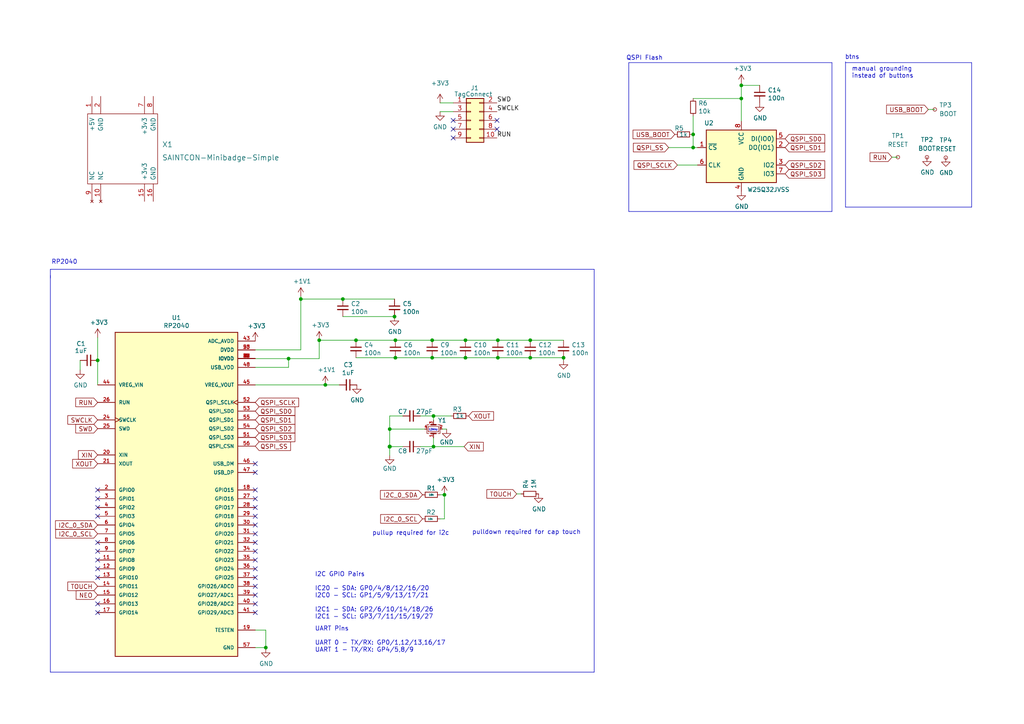
<source format=kicad_sch>
(kicad_sch (version 20230121) (generator eeschema)
  (paper "A4")
  (lib_symbols
    (symbol "+1V1_1" (power) (pin_names (offset 0))
      (property "Value" "+1V1_1" (at 0 3.556 0))
      (symbol "+1V1_1_0_1"
        (polyline (pts (xy -0.762 1.27) (xy 0 2.54)))
        (polyline (pts (xy 0 0) (xy 0 2.54)))
        (polyline (pts (xy 0 2.54) (xy 0.762 1.27)))
      )
      (symbol "+1V1_1_1_1"
        (pin power_in line (at 0 0 90) (length 0) hide (name "+1V1") (number "1"))
      )
    )
    (symbol "+3.3V_2" (power) (pin_names (offset 0))
      (property "Value" "+3.3V_2" (at 0 3.556 0))
      (symbol "+3.3V_2_0_1"
        (polyline (pts (xy -0.762 1.27) (xy 0 2.54)))
        (polyline (pts (xy 0 0) (xy 0 2.54)))
        (polyline (pts (xy 0 2.54) (xy 0.762 1.27)))
      )
      (symbol "+3.3V_2_1_1"
        (pin power_in line (at 0 0 90) (length 0) hide (name "+3V3") (number "1"))
      )
    )
    (symbol "+3.3V_4" (power) (pin_names (offset 0))
      (property "Value" "+3.3V_4" (at 0 3.556 0))
      (symbol "+3.3V_4_0_1"
        (polyline (pts (xy -0.762 1.27) (xy 0 2.54)))
        (polyline (pts (xy 0 0) (xy 0 2.54)))
        (polyline (pts (xy 0 2.54) (xy 0.762 1.27)))
      )
      (symbol "+3.3V_4_1_1"
        (pin power_in line (at 0 0 90) (length 0) hide (name "+3V3") (number "1"))
      )
    )
    (symbol "+3.3V_5" (power) (pin_names (offset 0))
      (property "Value" "+3.3V_5" (at 0 3.556 0))
      (symbol "+3.3V_5_0_1"
        (polyline (pts (xy -0.762 1.27) (xy 0 2.54)))
        (polyline (pts (xy 0 0) (xy 0 2.54)))
        (polyline (pts (xy 0 2.54) (xy 0.762 1.27)))
      )
      (symbol "+3.3V_5_1_1"
        (pin power_in line (at 0 0 90) (length 0) hide (name "+3V3") (number "1"))
      )
    )
    (symbol "C_Small_16" (pin_numbers hide) (pin_names (offset 0.254) hide)
      (property "Reference" "C" (at 0.254 1.778 0))
      (property "Value" "C_Small_16" (at 0.254 -2.032 0))
      (symbol "C_Small_16_0_1"
        (polyline (pts (xy -1.524 -0.508) (xy 1.524 -0.508)) (stroke (width 0.3302)))
        (polyline (pts (xy -1.524 0.508) (xy 1.524 0.508)) (stroke (width 0.3048)))
      )
      (symbol "C_Small_16_1_1"
        (pin passive line (at 0 2.54 270) (length 2.032) (name "~") (number "1"))
        (pin passive line (at 0 -2.54 90) (length 2.032) (name "~") (number "2"))
      )
    )
    (symbol "C_Small_17" (pin_numbers hide) (pin_names (offset 0.254) hide)
      (property "Reference" "C" (at 0.254 1.778 0))
      (property "Value" "C_Small_17" (at 0.254 -2.032 0))
      (symbol "C_Small_17_0_1"
        (polyline (pts (xy -1.524 -0.508) (xy 1.524 -0.508)) (stroke (width 0.3302)))
        (polyline (pts (xy -1.524 0.508) (xy 1.524 0.508)) (stroke (width 0.3048)))
      )
      (symbol "C_Small_17_1_1"
        (pin passive line (at 0 2.54 270) (length 2.032) (name "~") (number "1"))
        (pin passive line (at 0 -2.54 90) (length 2.032) (name "~") (number "2"))
      )
    )
    (symbol "C_Small_18" (pin_numbers hide) (pin_names (offset 0.254) hide)
      (property "Reference" "C" (at 0.254 1.778 0))
      (property "Value" "C_Small_18" (at 0.254 -2.032 0))
      (symbol "C_Small_18_0_1"
        (polyline (pts (xy -1.524 -0.508) (xy 1.524 -0.508)) (stroke (width 0.3302)))
        (polyline (pts (xy -1.524 0.508) (xy 1.524 0.508)) (stroke (width 0.3048)))
      )
      (symbol "C_Small_18_1_1"
        (pin passive line (at 0 2.54 270) (length 2.032) (name "~") (number "1"))
        (pin passive line (at 0 -2.54 90) (length 2.032) (name "~") (number "2"))
      )
    )
    (symbol "C_Small_19" (pin_numbers hide) (pin_names (offset 0.254) hide)
      (property "Reference" "C" (at 0.254 1.778 0))
      (property "Value" "C_Small_19" (at 0.254 -2.032 0))
      (symbol "C_Small_19_0_1"
        (polyline (pts (xy -1.524 -0.508) (xy 1.524 -0.508)) (stroke (width 0.3302)))
        (polyline (pts (xy -1.524 0.508) (xy 1.524 0.508)) (stroke (width 0.3048)))
      )
      (symbol "C_Small_19_1_1"
        (pin passive line (at 0 2.54 270) (length 2.032) (name "~") (number "1"))
        (pin passive line (at 0 -2.54 90) (length 2.032) (name "~") (number "2"))
      )
    )
    (symbol "C_Small_20" (pin_numbers hide) (pin_names (offset 0.254) hide)
      (property "Reference" "C" (at 0.254 1.778 0))
      (property "Value" "C_Small_20" (at 0.254 -2.032 0))
      (symbol "C_Small_20_0_1"
        (polyline (pts (xy -1.524 -0.508) (xy 1.524 -0.508)) (stroke (width 0.3302)))
        (polyline (pts (xy -1.524 0.508) (xy 1.524 0.508)) (stroke (width 0.3048)))
      )
      (symbol "C_Small_20_1_1"
        (pin passive line (at 0 2.54 270) (length 2.032) (name "~") (number "1"))
        (pin passive line (at 0 -2.54 90) (length 2.032) (name "~") (number "2"))
      )
    )
    (symbol "C_Small_3" (pin_numbers hide) (pin_names (offset 0.254) hide)
      (property "Reference" "C" (at 0.254 1.778 0))
      (property "Value" "C_Small_3" (at 0.254 -2.032 0))
      (symbol "C_Small_3_0_1"
        (polyline (pts (xy -1.524 -0.508) (xy 1.524 -0.508)) (stroke (width 0.3302)))
        (polyline (pts (xy -1.524 0.508) (xy 1.524 0.508)) (stroke (width 0.3048)))
      )
      (symbol "C_Small_3_1_1"
        (pin passive line (at 0 2.54 270) (length 2.032) (name "~") (number "1"))
        (pin passive line (at 0 -2.54 90) (length 2.032) (name "~") (number "2"))
      )
    )
    (symbol "C_Small_4" (pin_numbers hide) (pin_names (offset 0.254) hide)
      (property "Reference" "C" (at 0.254 1.778 0))
      (property "Value" "C_Small_4" (at 0.254 -2.032 0))
      (symbol "C_Small_4_0_1"
        (polyline (pts (xy -1.524 -0.508) (xy 1.524 -0.508)) (stroke (width 0.3302)))
        (polyline (pts (xy -1.524 0.508) (xy 1.524 0.508)) (stroke (width 0.3048)))
      )
      (symbol "C_Small_4_1_1"
        (pin passive line (at 0 2.54 270) (length 2.032) (name "~") (number "1"))
        (pin passive line (at 0 -2.54 90) (length 2.032) (name "~") (number "2"))
      )
    )
    (symbol "C_Small_5" (pin_numbers hide) (pin_names (offset 0.254) hide)
      (property "Reference" "C" (at 0.254 1.778 0))
      (property "Value" "C_Small_5" (at 0.254 -2.032 0))
      (symbol "C_Small_5_0_1"
        (polyline (pts (xy -1.524 -0.508) (xy 1.524 -0.508)) (stroke (width 0.3302)))
        (polyline (pts (xy -1.524 0.508) (xy 1.524 0.508)) (stroke (width 0.3048)))
      )
      (symbol "C_Small_5_1_1"
        (pin passive line (at 0 2.54 270) (length 2.032) (name "~") (number "1"))
        (pin passive line (at 0 -2.54 90) (length 2.032) (name "~") (number "2"))
      )
    )
    (symbol "C_Small_6" (pin_numbers hide) (pin_names (offset 0.254) hide)
      (property "Reference" "C" (at 0.254 1.778 0))
      (property "Value" "C_Small_6" (at 0.254 -2.032 0))
      (symbol "C_Small_6_0_1"
        (polyline (pts (xy -1.524 -0.508) (xy 1.524 -0.508)) (stroke (width 0.3302)))
        (polyline (pts (xy -1.524 0.508) (xy 1.524 0.508)) (stroke (width 0.3048)))
      )
      (symbol "C_Small_6_1_1"
        (pin passive line (at 0 2.54 270) (length 2.032) (name "~") (number "1"))
        (pin passive line (at 0 -2.54 90) (length 2.032) (name "~") (number "2"))
      )
    )
    (symbol "C_Small_7" (pin_numbers hide) (pin_names (offset 0.254) hide)
      (property "Reference" "C" (at 0.254 1.778 0))
      (property "Value" "C_Small_7" (at 0.254 -2.032 0))
      (symbol "C_Small_7_0_1"
        (polyline (pts (xy -1.524 -0.508) (xy 1.524 -0.508)) (stroke (width 0.3302)))
        (polyline (pts (xy -1.524 0.508) (xy 1.524 0.508)) (stroke (width 0.3048)))
      )
      (symbol "C_Small_7_1_1"
        (pin passive line (at 0 2.54 270) (length 2.032) (name "~") (number "1"))
        (pin passive line (at 0 -2.54 90) (length 2.032) (name "~") (number "2"))
      )
    )
    (symbol "C_Small_8" (pin_numbers hide) (pin_names (offset 0.254) hide)
      (property "Reference" "C" (at 0.254 1.778 0))
      (property "Value" "C_Small_8" (at 0.254 -2.032 0))
      (symbol "C_Small_8_0_1"
        (polyline (pts (xy -1.524 -0.508) (xy 1.524 -0.508)) (stroke (width 0.3302)))
        (polyline (pts (xy -1.524 0.508) (xy 1.524 0.508)) (stroke (width 0.3048)))
      )
      (symbol "C_Small_8_1_1"
        (pin passive line (at 0 2.54 270) (length 2.032) (name "~") (number "1"))
        (pin passive line (at 0 -2.54 90) (length 2.032) (name "~") (number "2"))
      )
    )
    (symbol "Connector:TestPoint_Small" (pin_numbers hide) (pin_names (offset 0.762) hide)
      (property "Reference" "TP" (at 0 3.81 0))
      (property "Value" "TestPoint_Small" (at 0 2.032 0))
      (symbol "TestPoint_Small_0_1"
        (circle (center 0 0) (radius 0.508))
      )
      (symbol "TestPoint_Small_1_1"
        (pin passive line (at 0 0 90) (length 0) (name "1") (number "1"))
      )
    )
    (symbol "Connector_Generic:Conn_02x05_Odd_Even" (pin_names (offset 1.016) hide)
      (property "Reference" "J" (at 1.27 7.62 0))
      (property "Value" "Conn_02x05_Odd_Even" (at 1.27 -7.62 0))
      (symbol "Conn_02x05_Odd_Even_1_1"
        (rectangle (start -1.27 -4.953) (end 0 -5.207) (stroke (width 0.1524)))
        (rectangle (start -1.27 -2.413) (end 0 -2.667) (stroke (width 0.1524)))
        (rectangle (start -1.27 0.127) (end 0 -0.127) (stroke (width 0.1524)))
        (rectangle (start -1.27 2.667) (end 0 2.413) (stroke (width 0.1524)))
        (rectangle (start -1.27 5.207) (end 0 4.953) (stroke (width 0.1524)))
        (rectangle (start -1.27 6.35) (end 3.81 -6.35) (stroke (width 0.254)) (fill (type background)))
        (rectangle (start 3.81 -4.953) (end 2.54 -5.207) (stroke (width 0.1524)))
        (rectangle (start 3.81 -2.413) (end 2.54 -2.667) (stroke (width 0.1524)))
        (rectangle (start 3.81 0.127) (end 2.54 -0.127) (stroke (width 0.1524)))
        (rectangle (start 3.81 2.667) (end 2.54 2.413) (stroke (width 0.1524)))
        (rectangle (start 3.81 5.207) (end 2.54 4.953) (stroke (width 0.1524)))
        (pin passive line (at -5.08 5.08 0) (length 3.81) (name "Pin_1") (number "1"))
        (pin passive line (at 7.62 -5.08 180) (length 3.81) (name "Pin_10") (number "10"))
        (pin passive line (at 7.62 5.08 180) (length 3.81) (name "Pin_2") (number "2"))
        (pin passive line (at -5.08 2.54 0) (length 3.81) (name "Pin_3") (number "3"))
        (pin passive line (at 7.62 2.54 180) (length 3.81) (name "Pin_4") (number "4"))
        (pin passive line (at -5.08 0 0) (length 3.81) (name "Pin_5") (number "5"))
        (pin passive line (at 7.62 0 180) (length 3.81) (name "Pin_6") (number "6"))
        (pin passive line (at -5.08 -2.54 0) (length 3.81) (name "Pin_7") (number "7"))
        (pin passive line (at 7.62 -2.54 180) (length 3.81) (name "Pin_8") (number "8"))
        (pin passive line (at -5.08 -5.08 0) (length 3.81) (name "Pin_9") (number "9"))
      )
    )
    (symbol "Device:C_Small" (pin_numbers hide) (pin_names (offset 0.254) hide)
      (property "Reference" "C" (at 0.254 1.778 0))
      (property "Value" "C_Small" (at 0.254 -2.032 0))
      (symbol "C_Small_0_1"
        (polyline (pts (xy -1.524 -0.508) (xy 1.524 -0.508)) (stroke (width 0.3302)))
        (polyline (pts (xy -1.524 0.508) (xy 1.524 0.508)) (stroke (width 0.3048)))
      )
      (symbol "C_Small_1_1"
        (pin passive line (at 0 2.54 270) (length 2.032) (name "~") (number "1"))
        (pin passive line (at 0 -2.54 90) (length 2.032) (name "~") (number "2"))
      )
    )
    (symbol "Device:Crystal_GND24_Small" (pin_names (offset 1.016) hide)
      (property "Reference" "Y" (at 1.27 4.445 0))
      (property "Value" "Crystal_GND24_Small" (at 1.27 2.54 0))
      (symbol "Crystal_GND24_Small_0_1"
        (rectangle (start -0.762 -1.524) (end 0.762 1.524))
        (polyline (pts (xy -1.27 -0.762) (xy -1.27 0.762)) (stroke (width 0.381)))
        (polyline (pts (xy 1.27 -0.762) (xy 1.27 0.762)) (stroke (width 0.381)))
        (polyline (pts (xy -1.27 -1.27) (xy -1.27 -1.905) (xy 1.27 -1.905) (xy 1.27 -1.27)))
        (polyline (pts (xy -1.27 1.27) (xy -1.27 1.905) (xy 1.27 1.905) (xy 1.27 1.27)))
      )
      (symbol "Crystal_GND24_Small_1_1"
        (pin passive line (at -2.54 0 0) (length 1.27) (name "1") (number "1"))
        (pin passive line (at 0 -2.54 90) (length 0.635) (name "2") (number "2"))
        (pin passive line (at 2.54 0 180) (length 1.27) (name "3") (number "3"))
        (pin passive line (at 0 2.54 270) (length 0.635) (name "4") (number "4"))
      )
    )
    (symbol "Device:R_Small" (pin_numbers hide) (pin_names (offset 0.254) hide)
      (property "Reference" "R" (at 0.762 0.508 0))
      (property "Value" "R_Small" (at 0.762 -1.016 0))
      (symbol "R_Small_0_1"
        (rectangle (start -0.762 1.778) (end 0.762 -1.778) (stroke (width 0.2032)))
      )
      (symbol "R_Small_1_1"
        (pin passive line (at 0 2.54 270) (length 0.762) (name "~") (number "1"))
        (pin passive line (at 0 -2.54 90) (length 0.762) (name "~") (number "2"))
      )
    )
    (symbol "Memory_Flash:W25Q32JVSS"
      (property "Reference" "U" (at -8.89 8.89 0))
      (property "Value" "W25Q32JVSS" (at 7.62 8.89 0))
      (symbol "W25Q32JVSS_0_1"
        (rectangle (start -10.16 7.62) (end 10.16 -7.62) (stroke (width 0.254)) (fill (type background)))
      )
      (symbol "W25Q32JVSS_1_1"
        (pin input line (at -12.7 2.54 0) (length 2.54) (name "~{CS}") (number "1"))
        (pin bidirectional line (at 12.7 2.54 180) (length 2.54) (name "DO(IO1)") (number "2"))
        (pin bidirectional line (at 12.7 -2.54 180) (length 2.54) (name "IO2") (number "3"))
        (pin power_in line (at 0 -10.16 90) (length 2.54) (name "GND") (number "4"))
        (pin bidirectional line (at 12.7 5.08 180) (length 2.54) (name "DI(IO0)") (number "5"))
        (pin input line (at -12.7 -2.54 0) (length 2.54) (name "CLK") (number "6"))
        (pin bidirectional line (at 12.7 -5.08 180) (length 2.54) (name "IO3") (number "7"))
        (pin power_in line (at 0 10.16 270) (length 2.54) (name "VCC") (number "8"))
      )
    )
    (symbol "RP2040:RP2040" (pin_names (offset 1.016))
      (property "Reference" "U" (at -17.78 50.8 0))
      (property "Value" "RP2040" (at -17.78 -48.26 0))
      (symbol "RP2040_0_0"
        (rectangle (start -17.78 -45.72) (end 17.78 48.26) (stroke (width 0.254)) (fill (type background)))
        (pin power_in line (at 22.86 40.64 180) (length 5.08) (name "IOVDD") (number "1"))
        (pin power_in line (at 22.86 40.64 180) (length 5.08) (name "IOVDD") (number "10"))
        (pin bidirectional line (at -22.86 -17.78 0) (length 5.08) (name "GPIO8") (number "11"))
        (pin bidirectional line (at -22.86 -20.32 0) (length 5.08) (name "GPIO9") (number "12"))
        (pin bidirectional line (at -22.86 -22.86 0) (length 5.08) (name "GPIO10") (number "13"))
        (pin bidirectional line (at -22.86 -25.4 0) (length 5.08) (name "GPIO11") (number "14"))
        (pin bidirectional line (at -22.86 -27.94 0) (length 5.08) (name "GPIO12") (number "15"))
        (pin bidirectional line (at -22.86 -30.48 0) (length 5.08) (name "GPIO13") (number "16"))
        (pin bidirectional line (at -22.86 -33.02 0) (length 5.08) (name "GPIO14") (number "17"))
        (pin bidirectional line (at 22.86 2.54 180) (length 5.08) (name "GPIO15") (number "18"))
        (pin passive line (at 22.86 -38.1 180) (length 5.08) (name "TESTEN") (number "19"))
        (pin bidirectional line (at -22.86 2.54 0) (length 5.08) (name "GPIO0") (number "2"))
        (pin input line (at -22.86 12.7 0) (length 5.08) (name "XIN") (number "20"))
        (pin output line (at -22.86 10.16 0) (length 5.08) (name "XOUT") (number "21"))
        (pin power_in line (at 22.86 40.64 180) (length 5.08) (name "IOVDD") (number "22"))
        (pin power_in line (at 22.86 43.18 180) (length 5.08) (name "DVDD") (number "23"))
        (pin input clock (at -22.86 22.86 0) (length 5.08) (name "SWCLK") (number "24"))
        (pin bidirectional line (at -22.86 20.32 0) (length 5.08) (name "SWD") (number "25"))
        (pin input line (at -22.86 27.94 0) (length 5.08) (name "RUN") (number "26"))
        (pin bidirectional line (at 22.86 0 180) (length 5.08) (name "GPIO16") (number "27"))
        (pin bidirectional line (at 22.86 -2.54 180) (length 5.08) (name "GPIO17") (number "28"))
        (pin bidirectional line (at 22.86 -5.08 180) (length 5.08) (name "GPIO18") (number "29"))
        (pin bidirectional line (at -22.86 0 0) (length 5.08) (name "GPIO1") (number "3"))
        (pin bidirectional line (at 22.86 -7.62 180) (length 5.08) (name "GPIO19") (number "30"))
        (pin bidirectional line (at 22.86 -10.16 180) (length 5.08) (name "GPIO20") (number "31"))
        (pin bidirectional line (at 22.86 -12.7 180) (length 5.08) (name "GPIO21") (number "32"))
        (pin power_in line (at 22.86 40.64 180) (length 5.08) (name "IOVDD") (number "33"))
        (pin bidirectional line (at 22.86 -15.24 180) (length 5.08) (name "GPIO22") (number "34"))
        (pin bidirectional line (at 22.86 -17.78 180) (length 5.08) (name "GPIO23") (number "35"))
        (pin bidirectional line (at 22.86 -20.32 180) (length 5.08) (name "GPIO24") (number "36"))
        (pin bidirectional line (at 22.86 -22.86 180) (length 5.08) (name "GPIO25") (number "37"))
        (pin bidirectional line (at 22.86 -25.4 180) (length 5.08) (name "GPIO26/ADC0") (number "38"))
        (pin bidirectional line (at 22.86 -27.94 180) (length 5.08) (name "GPIO27/ADC1") (number "39"))
        (pin bidirectional line (at -22.86 -2.54 0) (length 5.08) (name "GPIO2") (number "4"))
        (pin bidirectional line (at 22.86 -30.48 180) (length 5.08) (name "GPIO28/ADC2") (number "40"))
        (pin bidirectional line (at 22.86 -33.02 180) (length 5.08) (name "GPIO29/ADC3") (number "41"))
        (pin power_in line (at 22.86 40.64 180) (length 5.08) (name "IOVDD") (number "42"))
        (pin power_in line (at 22.86 45.72 180) (length 5.08) (name "ADC_AVDD") (number "43"))
        (pin input line (at -22.86 33.02 0) (length 5.08) (name "VREG_VIN") (number "44"))
        (pin output line (at 22.86 33.02 180) (length 5.08) (name "VREG_VOUT") (number "45"))
        (pin bidirectional line (at 22.86 10.16 180) (length 5.08) (name "USB_DM") (number "46"))
        (pin bidirectional line (at 22.86 7.62 180) (length 5.08) (name "USB_DP") (number "47"))
        (pin power_in line (at 22.86 38.1 180) (length 5.08) (name "USB_VDD") (number "48"))
        (pin power_in line (at 22.86 40.64 180) (length 5.08) (name "IOVDD") (number "49"))
        (pin bidirectional line (at -22.86 -5.08 0) (length 5.08) (name "GPIO3") (number "5"))
        (pin power_in line (at 22.86 43.18 180) (length 5.08) (name "DVDD") (number "50"))
        (pin bidirectional line (at 22.86 17.78 180) (length 5.08) (name "QSPI_SD3") (number "51"))
        (pin bidirectional clock (at 22.86 27.94 180) (length 5.08) (name "QSPI_SCLK") (number "52"))
        (pin bidirectional line (at 22.86 25.4 180) (length 5.08) (name "QSPI_SD0") (number "53"))
        (pin bidirectional line (at 22.86 20.32 180) (length 5.08) (name "QSPI_SD2") (number "54"))
        (pin bidirectional line (at 22.86 22.86 180) (length 5.08) (name "QSPI_SD1") (number "55"))
        (pin bidirectional line (at 22.86 15.24 180) (length 5.08) (name "QSPI_CSN") (number "56"))
        (pin power_in line (at 22.86 -43.18 180) (length 5.08) (name "GND") (number "57"))
        (pin bidirectional line (at -22.86 -7.62 0) (length 5.08) (name "GPIO4") (number "6"))
        (pin bidirectional line (at -22.86 -10.16 0) (length 5.08) (name "GPIO5") (number "7"))
        (pin bidirectional line (at -22.86 -12.7 0) (length 5.08) (name "GPIO6") (number "8"))
        (pin bidirectional line (at -22.86 -15.24 0) (length 5.08) (name "GPIO7") (number "9"))
      )
    )
    (symbol "R_Small_8" (pin_numbers hide) (pin_names (offset 0.254) hide)
      (property "Reference" "R" (at 0.762 0.508 0))
      (property "Value" "R_Small_8" (at 0.762 -1.016 0))
      (symbol "R_Small_8_0_1"
        (rectangle (start -0.762 1.778) (end 0.762 -1.778) (stroke (width 0.2032)))
      )
      (symbol "R_Small_8_1_1"
        (pin passive line (at 0 2.54 270) (length 0.762) (name "~") (number "1"))
        (pin passive line (at 0 -2.54 90) (length 0.762) (name "~") (number "2"))
      )
    )
    (symbol "R_Small_9" (pin_numbers hide) (pin_names (offset 0.254) hide)
      (property "Reference" "R" (at 0.762 0.508 0))
      (property "Value" "R_Small_9" (at 0.762 -1.016 0))
      (symbol "R_Small_9_0_1"
        (rectangle (start -0.762 1.778) (end 0.762 -1.778) (stroke (width 0.2032)))
      )
      (symbol "R_Small_9_1_1"
        (pin passive line (at 0 2.54 270) (length 0.762) (name "~") (number "1"))
        (pin passive line (at 0 -2.54 90) (length 0.762) (name "~") (number "2"))
      )
    )
    (symbol "power:+1V1" (power) (pin_names (offset 0))
      (property "Value" "+1V1" (at 0 3.556 0))
      (symbol "+1V1_0_1"
        (polyline (pts (xy -0.762 1.27) (xy 0 2.54)))
        (polyline (pts (xy 0 0) (xy 0 2.54)))
        (polyline (pts (xy 0 2.54) (xy 0.762 1.27)))
      )
      (symbol "+1V1_1_1"
        (pin power_in line (at 0 0 90) (length 0) hide (name "+1V1") (number "1"))
      )
    )
    (symbol "power:+3.3V" (power) (pin_names (offset 0))
      (property "Value" "+3.3V" (at 0 3.556 0))
      (symbol "+3.3V_0_1"
        (polyline (pts (xy -0.762 1.27) (xy 0 2.54)))
        (polyline (pts (xy 0 0) (xy 0 2.54)))
        (polyline (pts (xy 0 2.54) (xy 0.762 1.27)))
      )
      (symbol "+3.3V_1_1"
        (pin power_in line (at 0 0 90) (length 0) hide (name "+3V3") (number "1"))
      )
    )
    (symbol "power:GND" (power) (pin_names (offset 0))
      (property "Value" "GND" (at 0 -3.81 0))
      (symbol "GND_0_1"
        (polyline (pts (xy 0 0) (xy 0 -1.27) (xy 1.27 -1.27) (xy 0 -2.54) (xy -1.27 -1.27) (xy 0 -1.27)))
      )
      (symbol "GND_1_1"
        (pin power_in line (at 0 0 270) (length 0) hide (name "GND") (number "1"))
      )
    )
    (symbol "saintcon-minibadge:SAINTCON-Minibadge-Simple" (pin_names (offset 1.016))
      (property "Reference" "X" (at 11.43 8.89 0))
      (property "Value" "SAINTCON-Minibadge-Simple" (at 11.43 6.35 0))
      (symbol "SAINTCON-Minibadge-Simple_0_1"
        (rectangle (start -10.16 10.16) (end 10.16 -10.16))
      )
      (symbol "SAINTCON-Minibadge-Simple_1_1"
        (pin power_in line (at -8.89 15.24 270) (length 5.08) (name "+5V") (number "1"))
        (pin no_connect line (at -6.35 -15.24 90) (length 5.08) (name "NC") (number "10"))
        (pin power_in line (at 6.35 -15.24 90) (length 5.08) (name "+3v3") (number "15"))
        (pin power_in line (at 8.89 -15.24 90) (length 5.08) (name "GND") (number "16"))
        (pin power_in line (at -6.35 15.24 270) (length 5.08) (name "GND") (number "2"))
        (pin power_in line (at 6.35 15.24 270) (length 5.08) (name "+3v3") (number "7"))
        (pin power_in line (at 8.89 15.24 270) (length 5.08) (name "GND") (number "8"))
        (pin no_connect line (at -8.89 -15.24 90) (length 5.08) (name "NC") (number "9"))
      )
    )
  )
  (junction (at 114.427 91.821))
  (junction (at 128.905 143.51))
  (junction (at 153.797 98.679))
  (junction (at 125.73 129.54))
  (junction (at 92.583 98.679))
  (junction (at 99.441 86.741))
  (junction (at 201.041 42.799))
  (junction (at 163.449 103.759))
  (junction (at 135.001 98.679))
  (junction (at 125.73 120.65))
  (junction (at 113.03 129.54) (diameter 1.016))
  (junction (at 144.399 98.679))
  (junction (at 215.011 24.765))
  (junction (at 83.693 104.013))
  (junction (at 103.251 98.679))
  (junction (at 28.321 104.521))
  (junction (at 201.041 38.989))
  (junction (at 77.089 187.833))
  (junction (at 153.797 103.759))
  (junction (at 125.349 103.759))
  (junction (at 135.001 103.759))
  (junction (at 113.03 124.46))
  (junction (at 125.349 98.679))
  (junction (at 114.681 98.679))
  (junction (at 215.011 28.575))
  (junction (at 87.249 86.741))
  (junction (at 94.361 111.633))
  (junction (at 144.399 103.759))
  (junction (at 114.681 103.759))
  (no_connect (at 74.041 144.653))
  (no_connect (at 74.041 167.513))
  (no_connect (at 28.321 177.673))
  (no_connect (at 28.321 144.653))
  (no_connect (at 74.041 172.593))
  (no_connect (at 74.041 154.813))
  (no_connect (at 131.445 40.005))
  (no_connect (at 28.321 157.353))
  (no_connect (at 28.321 175.133))
  (no_connect (at 74.041 164.973))
  (no_connect (at 28.321 162.433))
  (no_connect (at 74.041 170.053))
  (no_connect (at 74.041 137.033))
  (no_connect (at 28.321 164.973))
  (no_connect (at 74.041 177.673))
  (no_connect (at 28.321 149.733))
  (no_connect (at 74.041 149.733))
  (no_connect (at 74.041 142.113))
  (no_connect (at 144.145 37.465))
  (no_connect (at 131.445 37.465))
  (no_connect (at 28.321 147.193))
  (no_connect (at 144.145 34.925))
  (no_connect (at 74.041 159.893))
  (no_connect (at 28.321 167.513))
  (no_connect (at 131.445 34.925))
  (no_connect (at 74.041 134.493))
  (no_connect (at 74.041 152.273))
  (no_connect (at 74.041 157.353))
  (no_connect (at 28.321 142.113))
  (no_connect (at 74.041 175.133))
  (no_connect (at 28.321 159.893))
  (no_connect (at 74.041 147.193))
  (no_connect (at 74.041 162.433))
  (wire (pts (xy 125.73 120.65) (xy 125.73 121.92)))
  (wire (pts (xy 28.321 104.521) (xy 28.321 111.633)))
  (polyline (pts (xy 245.237 18.161) (xy 281.813 18.161)))
  (wire (pts (xy 77.089 182.753) (xy 77.089 187.833)))
  (polyline (pts (xy 172.339 194.945) (xy 172.339 78.105)))
  (wire (pts (xy 215.011 24.257) (xy 215.011 24.765)))
  (wire (pts (xy 74.041 187.833) (xy 77.089 187.833)))
  (wire (pts (xy 83.693 106.553) (xy 83.693 104.013)))
  (wire (pts (xy 127.635 32.385) (xy 131.445 32.385)))
  (wire (pts (xy 114.681 103.759) (xy 125.349 103.759)))
  (wire (pts (xy 202.311 42.799) (xy 201.041 42.799)))
  (wire (pts (xy 201.041 42.799) (xy 201.041 38.989)))
  (wire (pts (xy 121.92 120.65) (xy 125.73 120.65)))
  (wire (pts (xy 258.699 45.593) (xy 260.4323 45.593)))
  (polyline (pts (xy 182.372 18.161) (xy 241.3 18.161)))
  (wire (pts (xy 83.693 104.013) (xy 92.583 104.013)))
  (polyline (pts (xy 14.605 78.105) (xy 14.605 80.645)))
  (wire (pts (xy 128.27 124.46) (xy 129.54 124.46)))
  (wire (pts (xy 269.24 31.75) (xy 271.145 31.75)))
  (wire (pts (xy 74.041 106.553) (xy 83.693 106.553)))
  (wire (pts (xy 87.249 86.741) (xy 87.249 101.473)))
  (wire (pts (xy 28.321 97.917) (xy 28.321 104.521)))
  (wire (pts (xy 77.089 187.833) (xy 77.089 188.087)))
  (wire (pts (xy 23.241 104.521) (xy 23.241 107.315)))
  (wire (pts (xy 201.041 38.989) (xy 200.787 38.989)))
  (wire (pts (xy 87.249 86.741) (xy 99.441 86.741)))
  (wire (pts (xy 99.441 86.741) (xy 114.427 86.741)))
  (wire (pts (xy 113.03 129.54) (xy 116.84 129.54)))
  (wire (pts (xy 125.349 98.679) (xy 135.001 98.679)))
  (wire (pts (xy 74.041 182.753) (xy 77.089 182.753)))
  (wire (pts (xy 125.349 103.759) (xy 135.001 103.759)))
  (wire (pts (xy 127.635 29.845) (xy 131.445 29.845)))
  (wire (pts (xy 92.583 98.679) (xy 92.583 104.013)))
  (wire (pts (xy 103.251 98.679) (xy 114.681 98.679)))
  (polyline (pts (xy 14.605 194.945) (xy 172.339 194.945)))
  (wire (pts (xy 113.03 120.65) (xy 113.03 124.46)))
  (polyline (pts (xy 182.372 38.227) (xy 182.372 18.161)))
  (wire (pts (xy 144.399 103.759) (xy 153.797 103.759)))
  (polyline (pts (xy 14.605 79.883) (xy 14.605 194.945)))
  (wire (pts (xy 153.797 103.759) (xy 163.449 103.759)))
  (wire (pts (xy 125.73 120.65) (xy 130.81 120.65)))
  (wire (pts (xy 114.681 98.679) (xy 125.349 98.679)))
  (wire (pts (xy 99.441 91.821) (xy 114.427 91.821)))
  (wire (pts (xy 125.73 129.54) (xy 134.62 129.54)))
  (wire (pts (xy 135.001 103.759) (xy 144.399 103.759)))
  (wire (pts (xy 149.86 143.256) (xy 151.13 143.256)))
  (wire (pts (xy 215.011 24.765) (xy 215.011 28.575)))
  (wire (pts (xy 153.797 98.679) (xy 163.449 98.679)))
  (wire (pts (xy 135.001 98.679) (xy 144.399 98.679)))
  (wire (pts (xy 196.469 47.879) (xy 202.311 47.879)))
  (wire (pts (xy 87.249 86.741) (xy 87.249 85.979)))
  (wire (pts (xy 220.345 24.765) (xy 215.011 24.765)))
  (wire (pts (xy 144.399 98.679) (xy 153.797 98.679)))
  (wire (pts (xy 113.03 120.65) (xy 116.84 120.65)))
  (polyline (pts (xy 245.237 60.071) (xy 281.813 60.071)))
  (wire (pts (xy 127.635 150.495) (xy 128.905 150.495)))
  (wire (pts (xy 94.361 111.633) (xy 98.425 111.633)))
  (polyline (pts (xy 182.372 37.973) (xy 182.372 61.341)))
  (wire (pts (xy 163.449 103.759) (xy 163.449 104.521)))
  (polyline (pts (xy 241.3 61.341) (xy 182.372 61.341)))
  (polyline (pts (xy 241.3 18.161) (xy 241.3 61.341)))
  (wire (pts (xy 74.041 104.013) (xy 83.693 104.013)))
  (wire (pts (xy 103.251 103.759) (xy 114.681 103.759)))
  (wire (pts (xy 92.583 98.679) (xy 103.251 98.679)))
  (polyline (pts (xy 281.813 60.071) (xy 281.813 18.161)))
  (wire (pts (xy 215.011 28.575) (xy 215.011 35.179)))
  (wire (pts (xy 113.03 124.46) (xy 113.03 129.54)))
  (wire (pts (xy 201.041 28.575) (xy 215.011 28.575)))
  (wire (pts (xy 128.905 150.495) (xy 128.905 143.51)))
  (polyline (pts (xy 172.339 78.105) (xy 14.605 78.105)))
  (wire (pts (xy 125.73 127) (xy 125.73 129.54)))
  (wire (pts (xy 128.905 143.51) (xy 127.635 143.51)))
  (wire (pts (xy 193.929 42.799) (xy 201.041 42.799)))
  (wire (pts (xy 121.92 129.54) (xy 125.73 129.54)))
  (wire (pts (xy 74.041 101.473) (xy 87.249 101.473)))
  (polyline (pts (xy 245.237 17.907) (xy 245.237 60.071)))
  (wire (pts (xy 201.041 38.989) (xy 201.041 33.655)))
  (wire (pts (xy 74.041 111.633) (xy 94.361 111.633)))
  (wire (pts (xy 123.19 124.46) (xy 113.03 124.46)))
  (wire (pts (xy 113.03 129.54) (xy 113.03 132.08)))
  (text "manual grounding \ninstead of buttons\n" (at 247.015 22.86 0) (effects (font (size 1.27 1.27)) (justify left bottom)))
  (text "btns" (at 249.301 17.399 0) (effects (font (size 1.27 1.27)) (justify right bottom)))
  (text "I2C GPIO Pairs\n\nIC20 - SDA: GP0/4/8/12/16/20\nI2C0 - SCL: GP1/5/9/13/17/21\n\nI2C1 - SDA: GP2/6/10/14/18/26\nI2C1 - SCL: GP3/7/11/15/19/27" (at 91.313 179.705 0) (effects (font (size 1.27 1.27)) (justify left bottom)))
  (text "RP2040" (at 22.479 76.835 0) (effects (font (size 1.27 1.27)) (justify right bottom)))
  (text "pullup required for i2c\n" (at 107.95 155.448 0) (effects (font (size 1.27 1.27)) (justify left bottom)))
  (text "UART Pins\n\nUART 0 - TX/RX: GP0/1,12/13,16/17\nUART 1 - TX/RX: GP4/5,8/9\n\n" (at 91.313 191.389 0) (effects (font (size 1.27 1.27)) (justify left bottom)))
  (text "QSPI Flash" (at 192.278 17.653 0) (effects (font (size 1.27 1.27)) (justify right bottom)))
  (text "12MHz" (at 127 125.095 0) (effects (font (size 0.508 0.508)) (justify right bottom)))
  (text "pulldown required for cap touch" (at 136.906 155.194 0) (effects (font (size 1.27 1.27)) (justify left bottom)))
  (label "RUN" (at 144.145 40.005 0))
  (label "SWD" (at 144.145 29.845 0))
  (label "SWCLK" (at 144.145 32.385 0))
  (global_label "XIN" (shape input) (at 28.321 131.953 180) (property "Intersheetrefs" "${INTERSHEET_REFS}" (effects hide)))
  (global_label "I2C_0_SDA" (shape input) (at 122.555 143.51 180) (property "Intersheetrefs" "${INTERSHEET_REFS}" (effects hide)))
  (global_label "XOUT" (shape input) (at 135.89 120.65 0) (property "Intersheetrefs" "${INTERSHEET_REFS}" (effects hide)))
  (global_label "QSPI_SCLK" (shape input) (at 74.041 116.713 0) (property "Intersheetrefs" "${INTERSHEET_REFS}" (effects hide)))
  (global_label "XIN" (shape input) (at 134.62 129.54 0) (property "Intersheetrefs" "${INTERSHEET_REFS}" (effects hide)))
  (global_label "QSPI_SD0" (shape input) (at 74.041 119.253 0) (property "Intersheetrefs" "${INTERSHEET_REFS}" (effects hide)))
  (global_label "SWCLK" (shape input) (at 28.321 121.793 180) (property "Intersheetrefs" "${INTERSHEET_REFS}" (effects hide)))
  (global_label "USB_BOOT" (shape input) (at 269.24 31.75 180) (property "Intersheetrefs" "${INTERSHEET_REFS}" (effects hide)))
  (global_label "QSPI_SS" (shape input) (at 193.929 42.799 180) (property "Intersheetrefs" "${INTERSHEET_REFS}" (effects hide)))
  (global_label "NEO" (shape input) (at 28.321 172.593 180) (property "Intersheetrefs" "${INTERSHEET_REFS}" (effects hide)))
  (global_label "USB_BOOT" (shape input) (at 195.707 38.989 180) (property "Intersheetrefs" "${INTERSHEET_REFS}" (effects hide)))
  (global_label "QSPI_SS" (shape input) (at 74.041 129.413 0) (property "Intersheetrefs" "${INTERSHEET_REFS}" (effects hide)))
  (global_label "XOUT" (shape input) (at 28.321 134.493 180) (property "Intersheetrefs" "${INTERSHEET_REFS}" (effects hide)))
  (global_label "TOUCH" (shape input) (at 149.86 143.256 180) (property "Intersheetrefs" "${INTERSHEET_REFS}" (effects hide)))
  (global_label "QSPI_SD2" (shape input) (at 74.041 124.333 0) (property "Intersheetrefs" "${INTERSHEET_REFS}" (effects hide)))
  (global_label "TOUCH" (shape input) (at 28.321 170.053 180) (property "Intersheetrefs" "${INTERSHEET_REFS}" (effects hide)))
  (global_label "QSPI_SD3" (shape input) (at 227.711 50.419 0) (property "Intersheetrefs" "${INTERSHEET_REFS}" (effects hide)))
  (global_label "QSPI_SCLK" (shape input) (at 196.469 47.879 180) (property "Intersheetrefs" "${INTERSHEET_REFS}" (effects hide)))
  (global_label "RUN" (shape input) (at 258.699 45.593 180) (property "Intersheetrefs" "${INTERSHEET_REFS}" (effects hide)))
  (global_label "SWD" (shape input) (at 28.321 124.333 180) (property "Intersheetrefs" "${INTERSHEET_REFS}" (effects hide)))
  (global_label "I2C_0_SDA" (shape input) (at 28.321 152.273 180) (property "Intersheetrefs" "${INTERSHEET_REFS}" (effects hide)))
  (global_label "QSPI_SD0" (shape input) (at 227.711 40.259 0) (property "Intersheetrefs" "${INTERSHEET_REFS}" (effects hide)))
  (global_label "RUN" (shape input) (at 28.321 116.713 180) (property "Intersheetrefs" "${INTERSHEET_REFS}" (effects hide)))
  (global_label "QSPI_SD1" (shape input) (at 227.711 42.799 0) (property "Intersheetrefs" "${INTERSHEET_REFS}" (effects hide)))
  (global_label "QSPI_SD3" (shape input) (at 74.041 126.873 0) (property "Intersheetrefs" "${INTERSHEET_REFS}" (effects hide)))
  (global_label "QSPI_SD2" (shape input) (at 227.711 47.879 0) (property "Intersheetrefs" "${INTERSHEET_REFS}" (effects hide)))
  (global_label "I2C_0_SCL" (shape input) (at 122.555 150.495 180) (property "Intersheetrefs" "${INTERSHEET_REFS}" (effects hide)))
  (global_label "I2C_0_SCL" (shape input) (at 28.321 154.813 180) (property "Intersheetrefs" "${INTERSHEET_REFS}" (effects hide)))
  (global_label "QSPI_SD1" (shape input) (at 74.041 121.793 0) (property "Intersheetrefs" "${INTERSHEET_REFS}" (effects hide)))
  (symbol (lib_id "Device:C_Small") (at 119.38 129.54 270) (mirror x) (unit 1)
    (property "Reference" "C8" (at 118.11 130.81 90) (effects (justify right)))
    (property "Value" "27pF" (at 120.65 130.81 90) (effects (justify left)))
    (property "Footprint" "Capacitor_SMD:C_0402_1005Metric" (effects hide))
  )
  (symbol (lib_id "power:GND") (at 114.427 91.821 0) (unit 1)
    (property "Reference" "#PWR0116" (effects hide))
    (property "Value" "GND" (at 114.554 96.2152 0))
  )
  (symbol (lib_id "power:GND") (at 23.241 107.315 0) (unit 1)
    (property "Reference" "#PWR0110" (effects hide))
    (property "Value" "GND" (at 23.368 111.7092 0))
  )
  (symbol (lib_id "power:GND") (at 129.54 124.46 0) (unit 1)
    (property "Reference" "#PWR0113" (effects hide))
    (property "Value" "GND" (at 129.54 128.27 0))
  )
  (symbol (lib_name "C_Small_19") (lib_id "Device:C_Small") (at 135.001 101.219 0) (unit 1)
    (property "Reference" "C10" (at 137.3378 100.0506 0) (effects (justify left)))
    (property "Value" "100n" (at 137.3378 102.362 0) (effects (justify left)))
    (property "Footprint" "Capacitor_SMD:C_0402_1005Metric" (effects hide))
  )
  (symbol (lib_name "C_Small_6") (lib_id "Device:C_Small") (at 114.681 101.219 0) (unit 1)
    (property "Reference" "C6" (at 117.0178 100.0506 0) (effects (justify left)))
    (property "Value" "100n" (at 117.0178 102.362 0) (effects (justify left)))
    (property "Footprint" "Capacitor_SMD:C_0402_1005Metric" (effects hide))
  )
  (symbol (lib_id "power:GND") (at 127.635 32.385 0) (unit 1)
    (property "Reference" "#PWR0114" (effects hide))
    (property "Value" "GND" (at 127.635 36.83 0))
  )
  (symbol (lib_id "Device:R_Small") (at 153.67 143.256 90) (unit 1)
    (property "Reference" "R4" (at 152.5016 141.7574 0) (effects (justify left)))
    (property "Value" "1M" (at 154.813 141.7574 0) (effects (justify left)))
    (property "Footprint" "Resistor_SMD:R_0402_1005Metric" (effects hide))
  )
  (symbol (lib_id "power:GND") (at 274.32 45.72 0) (unit 1)
    (property "Reference" "#PWR0120" (effects hide))
    (property "Value" "GND" (at 274.447 50.1142 0))
  )
  (symbol (lib_id "power:GND") (at 220.345 29.845 0) (unit 1)
    (property "Reference" "#PWR0118" (effects hide))
    (property "Value" "GND" (at 220.472 34.2392 0))
  )
  (symbol (lib_name "+3.3V_2") (lib_id "power:+3.3V") (at 92.583 98.679 0) (unit 1)
    (property "Reference" "#PWR0106" (effects hide))
    (property "Value" "+3.3V" (at 92.964 94.2848 0))
  )
  (symbol (lib_id "Device:R_Small") (at 125.095 150.495 90) (unit 1)
    (property "Reference" "R2" (at 126.365 148.59 90) (effects (justify left)))
    (property "Value" "10k" (at 125.563 150.5379 90) (effects (font (size 0.508 0.508)) (justify left)))
    (property "Footprint" "Resistor_SMD:R_0402_1005Metric" (effects hide))
  )
  (symbol (lib_id "power:+3.3V") (at 127.635 29.845 0) (unit 1)
    (property "Reference" "#PWR0115" (effects hide))
    (property "Value" "+3.3V" (at 127.635 24.13 0))
  )
  (symbol (lib_name "C_Small_3") (lib_id "Device:C_Small") (at 25.781 104.521 90) (unit 1)
    (property "Reference" "C1" (at 23.495 99.695 90))
    (property "Value" "1uF" (at 23.495 101.727 90))
    (property "Footprint" "Capacitor_SMD:C_0402_1005Metric" (effects hide))
  )
  (symbol (lib_name "+3.3V_4") (lib_id "power:+3.3V") (at 74.041 98.933 0) (unit 1)
    (property "Reference" "#PWR0107" (effects hide))
    (property "Value" "+3.3V" (at 74.422 94.5388 0))
  )
  (symbol (lib_id "Connector:TestPoint_Small") (at 268.859 45.593 90) (unit 1)
    (property "Reference" "TP2" (at 268.859 40.513 90))
    (property "Value" "BOOT" (at 268.859 43.053 90))
    (property "Footprint" "TestPoint:TestPoint_Pad_1.0x1.0mm" (effects hide))
  )
  (symbol (lib_id "power:GND") (at 103.505 111.633 0) (unit 1)
    (property "Reference" "#PWR0105" (effects hide))
    (property "Value" "GND" (at 103.632 116.0272 0))
  )
  (symbol (lib_id "Connector:TestPoint_Small") (at 260.4323 45.593 90) (unit 1)
    (property "Reference" "TP1" (at 260.4323 39.37 90))
    (property "Value" "RESET" (at 260.4323 41.91 90))
    (property "Footprint" "TestPoint:TestPoint_Pad_1.0x1.0mm" (effects hide))
  )
  (symbol (lib_name "C_Small_4") (lib_id "Device:C_Small") (at 99.441 89.281 0) (unit 1)
    (property "Reference" "C2" (at 101.7778 88.1126 0) (effects (justify left)))
    (property "Value" "100n" (at 101.7778 90.424 0) (effects (justify left)))
    (property "Footprint" "Capacitor_SMD:C_0402_1005Metric" (effects hide))
  )
  (symbol (lib_id "Device:C_Small") (at 119.38 120.65 270) (unit 1)
    (property "Reference" "C7" (at 118.11 119.38 90) (effects (justify right)))
    (property "Value" "27pF" (at 120.65 119.38 90) (effects (justify left)))
    (property "Footprint" "Capacitor_SMD:C_0402_1005Metric" (effects hide))
  )
  (symbol (lib_name "R_Small_8") (lib_id "Device:R_Small") (at 198.247 38.989 270) (unit 1)
    (property "Reference" "R5" (at 196.977 37.211 90))
    (property "Value" "1k" (at 198.247 38.989 90))
    (property "Footprint" "Resistor_SMD:R_0402_1005Metric" (effects hide))
  )
  (symbol (lib_id "power:GND") (at 77.089 188.087 0) (unit 1)
    (property "Reference" "#PWR0101" (effects hide))
    (property "Value" "GND" (at 77.216 192.4812 0))
  )
  (symbol (lib_id "power:+1V1") (at 94.361 111.633 0) (unit 1)
    (property "Reference" "#PWR0104" (effects hide))
    (property "Value" "+1V1" (at 94.742 107.2388 0))
  )
  (symbol (lib_name "C_Small_17") (lib_id "Device:C_Small") (at 153.797 101.219 0) (unit 1)
    (property "Reference" "C12" (at 156.1338 100.0506 0) (effects (justify left)))
    (property "Value" "100n" (at 156.1338 102.362 0) (effects (justify left)))
    (property "Footprint" "Capacitor_SMD:C_0402_1005Metric" (effects hide))
  )
  (symbol (lib_id "Device:R_Small") (at 125.095 143.51 270) (unit 1)
    (property "Reference" "R1" (at 125.095 141.605 90))
    (property "Value" "10k" (at 125.095 143.51 90) (effects (font (size 0.508 0.508))))
    (property "Footprint" "Resistor_SMD:R_0402_1005Metric" (effects hide))
  )
  (symbol (lib_name "R_Small_9") (lib_id "Device:R_Small") (at 201.041 31.115 0) (unit 1)
    (property "Reference" "R6" (at 202.5396 29.9466 0) (effects (justify left)))
    (property "Value" "10k" (at 202.5396 32.258 0) (effects (justify left)))
    (property "Footprint" "Resistor_SMD:R_0402_1005Metric" (effects hide))
  )
  (symbol (lib_name "+3.3V_5") (lib_id "power:+3.3V") (at 28.321 97.917 0) (unit 1)
    (property "Reference" "#PWR0109" (effects hide))
    (property "Value" "+3.3V" (at 28.702 93.5228 0))
  )
  (symbol (lib_id "power:GND") (at 215.011 55.499 0) (unit 1)
    (property "Reference" "#PWR0119" (effects hide))
    (property "Value" "GND" (at 215.138 59.8932 0))
  )
  (symbol (lib_name "C_Small_16") (lib_id "Device:C_Small") (at 163.449 101.219 0) (unit 1)
    (property "Reference" "C13" (at 165.7858 100.0506 0) (effects (justify left)))
    (property "Value" "100n" (at 165.7858 102.362 0) (effects (justify left)))
    (property "Footprint" "Capacitor_SMD:C_0402_1005Metric" (effects hide))
  )
  (symbol (lib_name "C_Small_20") (lib_id "Device:C_Small") (at 125.349 101.219 0) (unit 1)
    (property "Reference" "C9" (at 127.6858 100.0506 0) (effects (justify left)))
    (property "Value" "100n" (at 127.6858 102.362 0) (effects (justify left)))
    (property "Footprint" "Capacitor_SMD:C_0402_1005Metric" (effects hide))
  )
  (symbol (lib_name "C_Small_5") (lib_id "Device:C_Small") (at 103.251 101.219 0) (unit 1)
    (property "Reference" "C4" (at 105.5878 100.0506 0) (effects (justify left)))
    (property "Value" "100n" (at 105.5878 102.362 0) (effects (justify left)))
    (property "Footprint" "Capacitor_SMD:C_0402_1005Metric" (effects hide))
  )
  (symbol (lib_id "Device:C_Small") (at 220.345 27.305 0) (unit 1)
    (property "Reference" "C14" (at 222.6818 26.1366 0) (effects (justify left)))
    (property "Value" "100n" (at 222.6818 28.448 0) (effects (justify left)))
    (property "Footprint" "Capacitor_SMD:C_0402_1005Metric" (effects hide))
  )
  (symbol (lib_id "power:GND") (at 268.859 45.593 0) (unit 1)
    (property "Reference" "#PWR0121" (effects hide))
    (property "Value" "GND" (at 268.986 49.9872 0))
  )
  (symbol (lib_name "+3.3V_2") (lib_id "power:+3.3V") (at 128.905 143.51 0) (unit 1)
    (property "Reference" "#PWR0111" (effects hide))
    (property "Value" "+3.3V" (at 129.286 139.1158 0))
  )
  (symbol (lib_name "C_Small_8") (lib_id "Device:C_Small") (at 100.965 111.633 270) (unit 1)
    (property "Reference" "C3" (at 100.965 105.8164 90))
    (property "Value" "1uF" (at 100.965 108.1278 90))
    (property "Footprint" "Capacitor_SMD:C_0402_1005Metric" (effects hide))
  )
  (symbol (lib_id "power:GND") (at 163.449 104.521 0) (unit 1)
    (property "Reference" "#PWR0112" (effects hide))
    (property "Value" "GND" (at 163.576 108.9152 0))
  )
  (symbol (lib_id "power:GND") (at 113.03 132.08 0) (unit 1)
    (property "Reference" "#PWR0103" (effects hide))
    (property "Value" "GND" (at 113.03 135.89 0))
  )
  (symbol (lib_id "Device:Crystal_GND24_Small") (at 125.73 124.46 90) (unit 1)
    (property "Reference" "Y1" (at 127 121.92 90) (effects (justify right)))
    (property "Value" "ECS-120-18-33-JGN-TR" (effects hide))
    (property "Footprint" "Crystal:Crystal_SMD_2520-4Pin_2.5x2.0mm" (effects hide))
    (property "DigiKey" "XC2300TR-ND" (effects hide))
  )
  (symbol (lib_id "Connector:TestPoint_Small") (at 274.32 45.72 90) (unit 1)
    (property "Reference" "TP4" (at 274.32 40.64 90))
    (property "Value" "RESET" (at 274.32 43.18 90))
    (property "Footprint" "TestPoint:TestPoint_Pad_1.0x1.0mm" (effects hide))
  )
  (symbol (lib_id "Device:R_Small") (at 133.35 120.65 90) (unit 1)
    (property "Reference" "R3" (at 133.985 118.745 90) (effects (justify left)))
    (property "Value" "1k" (at 134.5832 120.5781 90) (effects (justify left)))
    (property "Footprint" "Resistor_SMD:R_0402_1005Metric" (effects hide))
  )
  (symbol (lib_name "+1V1_1") (lib_id "power:+1V1") (at 87.249 85.979 0) (unit 1)
    (property "Reference" "#PWR0108" (effects hide))
    (property "Value" "+1V1" (at 87.63 81.5848 0))
  )
  (symbol (lib_id "Connector:TestPoint_Small") (at 271.145 31.75 0) (unit 1)
    (property "Reference" "TP3" (at 272.415 30.4799 0) (effects (justify left)))
    (property "Value" "BOOT" (at 272.415 33.0199 0) (effects (justify left)))
    (property "Footprint" "TestPoint:TestPoint_Pad_1.0x1.0mm" (effects hide))
  )
  (symbol (lib_name "C_Small_7") (lib_id "Device:C_Small") (at 114.427 89.281 0) (unit 1)
    (property "Reference" "C5" (at 116.7638 88.1126 0) (effects (justify left)))
    (property "Value" "100n" (at 116.7638 90.424 0) (effects (justify left)))
    (property "Footprint" "Capacitor_SMD:C_0402_1005Metric" (effects hide))
  )
  (symbol (lib_id "Memory_Flash:W25Q32JVSS") (at 215.011 45.339 0) (unit 1)
    (property "Reference" "U2" (at 205.613 35.687 0))
    (property "Value" "W25Q32JVSS" (at 222.885 54.991 0))
    (property "Footprint" "W25Q16JVUXIQ:W25Q16JVUXIQ_WIN-L" (effects hide))
    (property "Datasheet" "http://www.winbond.com/resource-files/w25q32jv%20revg%2003272018%20plus.pdf" (effects hide))
  )
  (symbol (lib_name "C_Small_18") (lib_id "Device:C_Small") (at 144.399 101.219 0) (unit 1)
    (property "Reference" "C11" (at 146.7358 100.0506 0) (effects (justify left)))
    (property "Value" "100n" (at 146.7358 102.362 0) (effects (justify left)))
    (property "Footprint" "Capacitor_SMD:C_0402_1005Metric" (effects hide))
  )
  (symbol (lib_id "saintcon-minibadge:SAINTCON-Minibadge-Simple") (at 35.56 43.18 0) (unit 1)
    (property "Reference" "X1" (at 46.99 41.91 0) (effects (font (size 1.524 1.524)) (justify left)))
    (property "Value" "SAINTCON-Minibadge-Simple" (at 46.99 45.72 0) (effects (font (size 1.524 1.524)) (justify left)))
    (property "Footprint" "minibadge_kicad:SAINTCON-Minibadge-redactd2023" (effects hide))
  )
  (symbol (lib_id "power:+3.3V") (at 215.011 24.257 0) (unit 1)
    (property "Reference" "#PWR0117" (effects hide))
    (property "Value" "+3.3V" (at 215.392 19.8628 0))
  )
  (symbol (lib_id "Connector_Generic:Conn_02x05_Odd_Even") (at 136.525 34.925 0) (unit 1)
    (property "Reference" "J1" (at 137.668 25.527 0))
    (property "Value" "TagConnect" (at 137.287 27.305 0))
    (property "Footprint" "TC2050-IDC-NL:TAG-CONNECT_TC2050-IDC-NL" (effects hide))
  )
  (symbol (lib_id "RP2040:RP2040") (at 51.181 144.653 0) (unit 1)
    (property "Reference" "U1" (at 51.181 92.1512 0))
    (property "Value" "RP2040" (at 51.181 94.4626 0))
    (property "Footprint" "rp2040:QFN40P700X700X90-57N" (effects hide))
    (property "STANDARD" "IPC 7351B" (effects hide))
    (property "MANUFACTURER" "Raspberry Pi" (effects hide))
    (property "MAXIMUM_PACKAGE_HEIGHT" "0.9 mm" (effects hide))
    (property "PARTREV" "1.6.1" (effects hide))
  )
  (symbol (lib_id "power:GND") (at 156.21 143.256 0) (unit 1)
    (property "Reference" "#PWR0102" (effects hide))
    (property "Value" "GND" (at 156.337 147.6502 0))
  )
)
</source>
